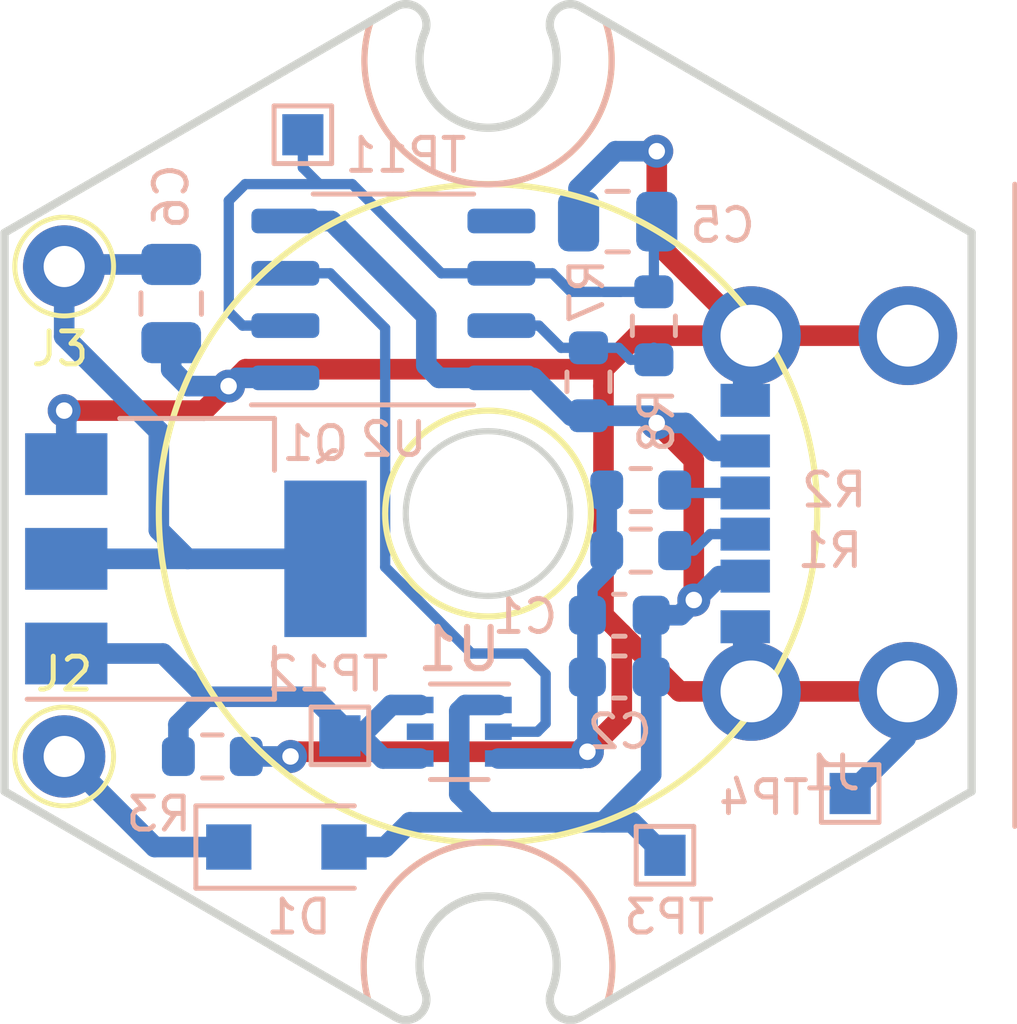
<source format=kicad_pcb>
(kicad_pcb (version 20171130) (host pcbnew "(5.1.10)-1")

  (general
    (thickness 1.6)
    (drawings 21)
    (tracks 147)
    (zones 0)
    (modules 20)
    (nets 11)
  )

  (page A4)
  (layers
    (0 F.Cu signal)
    (31 B.Cu signal)
    (32 B.Adhes user hide)
    (33 F.Adhes user hide)
    (34 B.Paste user hide)
    (35 F.Paste user hide)
    (36 B.SilkS user hide)
    (37 F.SilkS user)
    (38 B.Mask user hide)
    (39 F.Mask user hide)
    (40 Dwgs.User user hide)
    (41 Cmts.User user hide)
    (42 Eco1.User user hide)
    (43 Eco2.User user hide)
    (44 Edge.Cuts user)
    (45 Margin user hide)
    (46 B.CrtYd user hide)
    (47 F.CrtYd user hide)
    (48 B.Fab user hide)
    (49 F.Fab user hide)
  )

  (setup
    (last_trace_width 0.25)
    (trace_clearance 0.2)
    (zone_clearance 0.508)
    (zone_45_only no)
    (trace_min 0.2)
    (via_size 0.8)
    (via_drill 0.4)
    (via_min_size 0.4)
    (via_min_drill 0.3)
    (uvia_size 0.3)
    (uvia_drill 0.1)
    (uvias_allowed no)
    (uvia_min_size 0.2)
    (uvia_min_drill 0.1)
    (edge_width 0.05)
    (segment_width 0.2)
    (pcb_text_width 0.3)
    (pcb_text_size 1.5 1.5)
    (mod_edge_width 0.12)
    (mod_text_size 1 1)
    (mod_text_width 0.15)
    (pad_size 1.524 1.524)
    (pad_drill 0.762)
    (pad_to_mask_clearance 0)
    (aux_axis_origin 0 0)
    (visible_elements 7FFFFFFF)
    (pcbplotparams
      (layerselection 0x010fc_ffffffff)
      (usegerberextensions false)
      (usegerberattributes true)
      (usegerberadvancedattributes true)
      (creategerberjobfile true)
      (excludeedgelayer true)
      (linewidth 0.100000)
      (plotframeref false)
      (viasonmask false)
      (mode 1)
      (useauxorigin false)
      (hpglpennumber 1)
      (hpglpenspeed 20)
      (hpglpendiameter 15.000000)
      (psnegative false)
      (psa4output false)
      (plotreference true)
      (plotvalue true)
      (plotinvisibletext false)
      (padsonsilk false)
      (subtractmaskfromsilk false)
      (outputformat 1)
      (mirror false)
      (drillshape 0)
      (scaleselection 1)
      (outputdirectory "Gerbers/"))
  )

  (net 0 "")
  (net 1 GND)
  (net 2 VBUS)
  (net 3 VD)
  (net 4 "Net-(C5-Pad1)")
  (net 5 "Net-(C6-Pad1)")
  (net 6 "Net-(J1-PadB5)")
  (net 7 "Net-(J1-PadA5)")
  (net 8 "Net-(Q1-Pad1)")
  (net 9 "Net-(R7-Pad1)")
  (net 10 "Net-(U1-Pad2)")

  (net_class Default "This is the default net class."
    (clearance 0.2)
    (trace_width 0.25)
    (via_dia 0.8)
    (via_drill 0.4)
    (uvia_dia 0.3)
    (uvia_drill 0.1)
    (add_net "Net-(C5-Pad1)")
    (add_net "Net-(J1-PadA5)")
    (add_net "Net-(J1-PadB5)")
    (add_net "Net-(R7-Pad1)")
    (add_net "Net-(U1-Pad2)")
  )

  (net_class Power ""
    (clearance 0.2)
    (trace_width 0.5)
    (via_dia 0.8)
    (via_drill 0.4)
    (uvia_dia 0.3)
    (uvia_drill 0.1)
    (add_net GND)
    (add_net "Net-(C6-Pad1)")
    (add_net "Net-(Q1-Pad1)")
    (add_net VBUS)
    (add_net VD)
  )

  (module Pixels-dice:USB-C-SMD_10P-P1.00-L6.8-W8.9 (layer B.Cu) (tedit 615DAC13) (tstamp 60B35B9D)
    (at 158.3 100 180)
    (path /607B35F9)
    (attr smd)
    (fp_text reference J1 (at -0.05 -6.3) (layer B.SilkS)
      (effects (font (size 0.8 0.8) (thickness 0.12)) (justify mirror))
    )
    (fp_text value USB_C_Receptacle_USB2.0 (at 0.1 7) (layer B.Fab)
      (effects (font (size 0.8 0.8) (thickness 0.12)) (justify mirror))
    )
    (fp_line (start -4.5 8) (end -4.5 -7.6) (layer B.SilkS) (width 0.12))
    (pad B12 smd rect (at 2.05 2.75 270) (size 0.8 1.2) (layers B.Cu B.Paste B.Mask)
      (net 1 GND))
    (pad B9 smd rect (at 2.05 1.52 270) (size 0.8 1.2) (layers B.Cu B.Paste B.Mask)
      (net 2 VBUS))
    (pad A5 smd rect (at 2.05 0.5 270) (size 0.8 1.2) (layers B.Cu B.Paste B.Mask)
      (net 7 "Net-(J1-PadA5)"))
    (pad B5 smd rect (at 2.05 -0.5 270) (size 0.8 1.2) (layers B.Cu B.Paste B.Mask)
      (net 6 "Net-(J1-PadB5)"))
    (pad A9 smd rect (at 2.05 -1.52 270) (size 0.8 1.2) (layers B.Cu B.Paste B.Mask)
      (net 2 VBUS))
    (pad A12 smd rect (at 2.05 -2.75 270) (size 0.8 1.2) (layers B.Cu B.Paste B.Mask)
      (net 1 GND))
    (pad S1 thru_hole circle (at -1.9 4.32 270) (size 2.4 2.4) (drill 1.5) (layers *.Cu *.Mask)
      (net 1 GND))
    (pad S1 thru_hole circle (at -1.9 -4.32 270) (size 2.4 2.4) (drill 1.5) (layers *.Cu *.Mask)
      (net 1 GND))
    (pad S1 thru_hole circle (at 1.9 4.32 270) (size 2.4 2.4) (drill 1.5) (layers *.Cu *.Mask)
      (net 1 GND))
    (pad S1 thru_hole circle (at 1.9 -4.32 270) (size 2.4 2.4) (drill 1.5) (layers *.Cu *.Mask)
      (net 1 GND))
    (model "C:/Projects/Pixels-dice/Electrical/Footprints/Step Files/TYPE-C-31-M-17.step"
      (offset (xyz 4.7 -4.5 0))
      (scale (xyz 1 1 1))
      (rotate (xyz 0 0 -90))
    )
  )

  (module Package_TO_SOT_SMD:SOT-363_SC-70-6 (layer B.Cu) (tedit 5A02FF57) (tstamp 615CF8BA)
    (at 149.3 105.3 180)
    (descr "SOT-363, SC-70-6")
    (tags "SOT-363 SC-70-6")
    (path /615D0704)
    (attr smd)
    (fp_text reference U1 (at 0 2) (layer B.SilkS)
      (effects (font (size 1 1) (thickness 0.15)) (justify mirror))
    )
    (fp_text value ZXGD3009E6 (at 0 -2 180) (layer B.Fab)
      (effects (font (size 1 1) (thickness 0.15)) (justify mirror))
    )
    (fp_text user %R (at 0 0 270) (layer B.Fab)
      (effects (font (size 0.5 0.5) (thickness 0.075)) (justify mirror))
    )
    (fp_line (start 0.7 1.16) (end -1.2 1.16) (layer B.SilkS) (width 0.12))
    (fp_line (start -0.7 -1.16) (end 0.7 -1.16) (layer B.SilkS) (width 0.12))
    (fp_line (start 1.6 -1.4) (end 1.6 1.4) (layer B.CrtYd) (width 0.05))
    (fp_line (start -1.6 1.4) (end -1.6 -1.4) (layer B.CrtYd) (width 0.05))
    (fp_line (start -1.6 1.4) (end 1.6 1.4) (layer B.CrtYd) (width 0.05))
    (fp_line (start 0.675 1.1) (end -0.175 1.1) (layer B.Fab) (width 0.1))
    (fp_line (start -0.675 0.6) (end -0.675 -1.1) (layer B.Fab) (width 0.1))
    (fp_line (start -1.6 -1.4) (end 1.6 -1.4) (layer B.CrtYd) (width 0.05))
    (fp_line (start 0.675 1.1) (end 0.675 -1.1) (layer B.Fab) (width 0.1))
    (fp_line (start 0.675 -1.1) (end -0.675 -1.1) (layer B.Fab) (width 0.1))
    (fp_line (start -0.175 1.1) (end -0.675 0.6) (layer B.Fab) (width 0.1))
    (pad 6 smd rect (at 0.95 0.65 180) (size 0.65 0.4) (layers B.Cu B.Paste B.Mask)
      (net 8 "Net-(Q1-Pad1)"))
    (pad 4 smd rect (at 0.95 -0.65 180) (size 0.65 0.4) (layers B.Cu B.Paste B.Mask)
      (net 8 "Net-(Q1-Pad1)"))
    (pad 2 smd rect (at -0.95 0 180) (size 0.65 0.4) (layers B.Cu B.Paste B.Mask)
      (net 10 "Net-(U1-Pad2)"))
    (pad 5 smd rect (at 0.95 0 180) (size 0.65 0.4) (layers B.Cu B.Paste B.Mask))
    (pad 3 smd rect (at -0.95 -0.65 180) (size 0.65 0.4) (layers B.Cu B.Paste B.Mask)
      (net 1 GND))
    (pad 1 smd rect (at -0.95 0.65 180) (size 0.65 0.4) (layers B.Cu B.Paste B.Mask)
      (net 2 VBUS))
    (model ${KISYS3DMOD}/Package_TO_SOT_SMD.3dshapes/SOT-363_SC-70-6.wrl
      (at (xyz 0 0 0))
      (scale (xyz 1 1 1))
      (rotate (xyz 0 0 0))
    )
  )

  (module TestPoint:TestPoint_Pad_1.0x1.0mm (layer B.Cu) (tedit 5A0F774F) (tstamp 615DC192)
    (at 146.4 105.4)
    (descr "SMD rectangular pad as test Point, square 1.0mm side length")
    (tags "test point SMD pad rectangle square")
    (path /60B2DE42)
    (attr virtual)
    (fp_text reference TP12 (at -0.3 -1.5) (layer B.SilkS)
      (effects (font (size 0.8 0.8) (thickness 0.12)) (justify mirror))
    )
    (fp_text value TestPoint_Small (at 0 -1.55) (layer B.Fab)
      (effects (font (size 0.8 0.8) (thickness 0.12)) (justify mirror))
    )
    (fp_text user %R (at 0 1.45) (layer B.Fab)
      (effects (font (size 0.8 0.8) (thickness 0.12)) (justify mirror))
    )
    (fp_line (start -0.7 0.7) (end 0.7 0.7) (layer B.SilkS) (width 0.12))
    (fp_line (start 0.7 0.7) (end 0.7 -0.7) (layer B.SilkS) (width 0.12))
    (fp_line (start 0.7 -0.7) (end -0.7 -0.7) (layer B.SilkS) (width 0.12))
    (fp_line (start -0.7 -0.7) (end -0.7 0.7) (layer B.SilkS) (width 0.12))
    (fp_line (start -1 1) (end 1 1) (layer B.CrtYd) (width 0.12))
    (fp_line (start -1 1) (end -1 -1) (layer B.CrtYd) (width 0.12))
    (fp_line (start 1 -1) (end 1 1) (layer B.CrtYd) (width 0.12))
    (fp_line (start 1 -1) (end -1 -1) (layer B.CrtYd) (width 0.12))
    (pad 1 smd rect (at 0 0) (size 1 1) (layers B.Cu B.Mask)
      (net 8 "Net-(Q1-Pad1)"))
  )

  (module TestPoint:TestPoint_Pad_1.0x1.0mm (layer B.Cu) (tedit 5A0F774F) (tstamp 615DC184)
    (at 145.5 90.8)
    (descr "SMD rectangular pad as test Point, square 1.0mm side length")
    (tags "test point SMD pad rectangle square")
    (path /60CC8435)
    (attr virtual)
    (fp_text reference TP11 (at 2.5 0.5) (layer B.SilkS)
      (effects (font (size 0.8 0.8) (thickness 0.12)) (justify mirror))
    )
    (fp_text value TestPoint_Small (at 0 -1.55) (layer B.Fab)
      (effects (font (size 0.8 0.8) (thickness 0.12)) (justify mirror))
    )
    (fp_text user %R (at 0 1.45) (layer B.Fab)
      (effects (font (size 0.8 0.8) (thickness 0.12)) (justify mirror))
    )
    (fp_line (start -0.7 0.7) (end 0.7 0.7) (layer B.SilkS) (width 0.12))
    (fp_line (start 0.7 0.7) (end 0.7 -0.7) (layer B.SilkS) (width 0.12))
    (fp_line (start 0.7 -0.7) (end -0.7 -0.7) (layer B.SilkS) (width 0.12))
    (fp_line (start -0.7 -0.7) (end -0.7 0.7) (layer B.SilkS) (width 0.12))
    (fp_line (start -1 1) (end 1 1) (layer B.CrtYd) (width 0.12))
    (fp_line (start -1 1) (end -1 -1) (layer B.CrtYd) (width 0.12))
    (fp_line (start 1 -1) (end 1 1) (layer B.CrtYd) (width 0.12))
    (fp_line (start 1 -1) (end -1 -1) (layer B.CrtYd) (width 0.12))
    (pad 1 smd rect (at 0 0) (size 1 1) (layers B.Cu B.Mask)
      (net 4 "Net-(C5-Pad1)"))
  )

  (module TestPoint:TestPoint_Pad_1.0x1.0mm (layer B.Cu) (tedit 5A0F774F) (tstamp 615DC168)
    (at 158.8 106.8)
    (descr "SMD rectangular pad as test Point, square 1.0mm side length")
    (tags "test point SMD pad rectangle square")
    (path /60B27F6D)
    (attr virtual)
    (fp_text reference TP4 (at -2.1 0.1) (layer B.SilkS)
      (effects (font (size 0.8 0.8) (thickness 0.12)) (justify mirror))
    )
    (fp_text value TestPoint_Small (at 0 -1.55) (layer B.Fab)
      (effects (font (size 0.8 0.8) (thickness 0.12)) (justify mirror))
    )
    (fp_text user %R (at 0 1.45) (layer B.Fab)
      (effects (font (size 0.8 0.8) (thickness 0.12)) (justify mirror))
    )
    (fp_line (start -0.7 0.7) (end 0.7 0.7) (layer B.SilkS) (width 0.12))
    (fp_line (start 0.7 0.7) (end 0.7 -0.7) (layer B.SilkS) (width 0.12))
    (fp_line (start 0.7 -0.7) (end -0.7 -0.7) (layer B.SilkS) (width 0.12))
    (fp_line (start -0.7 -0.7) (end -0.7 0.7) (layer B.SilkS) (width 0.12))
    (fp_line (start -1 1) (end 1 1) (layer B.CrtYd) (width 0.12))
    (fp_line (start -1 1) (end -1 -1) (layer B.CrtYd) (width 0.12))
    (fp_line (start 1 -1) (end 1 1) (layer B.CrtYd) (width 0.12))
    (fp_line (start 1 -1) (end -1 -1) (layer B.CrtYd) (width 0.12))
    (pad 1 smd rect (at 0 0) (size 1 1) (layers B.Cu B.Mask)
      (net 1 GND))
  )

  (module TestPoint:TestPoint_Pad_1.0x1.0mm (layer B.Cu) (tedit 5A0F774F) (tstamp 615DC15A)
    (at 154.3 108.3)
    (descr "SMD rectangular pad as test Point, square 1.0mm side length")
    (tags "test point SMD pad rectangle square")
    (path /60B26E3D)
    (attr virtual)
    (fp_text reference TP3 (at 0.1 1.5) (layer B.SilkS)
      (effects (font (size 0.8 0.8) (thickness 0.12)) (justify mirror))
    )
    (fp_text value TestPoint_Small (at 0 -1.55) (layer B.Fab)
      (effects (font (size 0.8 0.8) (thickness 0.12)) (justify mirror))
    )
    (fp_text user %R (at 0 1.45) (layer B.Fab)
      (effects (font (size 0.8 0.8) (thickness 0.12)) (justify mirror))
    )
    (fp_line (start -0.7 0.7) (end 0.7 0.7) (layer B.SilkS) (width 0.12))
    (fp_line (start 0.7 0.7) (end 0.7 -0.7) (layer B.SilkS) (width 0.12))
    (fp_line (start 0.7 -0.7) (end -0.7 -0.7) (layer B.SilkS) (width 0.12))
    (fp_line (start -0.7 -0.7) (end -0.7 0.7) (layer B.SilkS) (width 0.12))
    (fp_line (start -1 1) (end 1 1) (layer B.CrtYd) (width 0.12))
    (fp_line (start -1 1) (end -1 -1) (layer B.CrtYd) (width 0.12))
    (fp_line (start 1 -1) (end 1 1) (layer B.CrtYd) (width 0.12))
    (fp_line (start 1 -1) (end -1 -1) (layer B.CrtYd) (width 0.12))
    (pad 1 smd rect (at 0 0) (size 1 1) (layers B.Cu B.Mask)
      (net 2 VBUS))
  )

  (module Resistor_SMD:R_0603_1608Metric (layer B.Cu) (tedit 5F68FEEE) (tstamp 60AD6ED4)
    (at 154.03 95.439999 270)
    (descr "Resistor SMD 0603 (1608 Metric), square (rectangular) end terminal, IPC_7351 nominal, (Body size source: IPC-SM-782 page 72, https://www.pcb-3d.com/wordpress/wp-content/uploads/ipc-sm-782a_amendment_1_and_2.pdf), generated with kicad-footprint-generator")
    (tags resistor)
    (path /60AF063A)
    (attr smd)
    (fp_text reference R8 (at 2.3 -0.07 90) (layer B.SilkS)
      (effects (font (size 0.8 0.8) (thickness 0.12)) (justify mirror))
    )
    (fp_text value "1k 1%" (at 0 -1.43 90) (layer B.Fab)
      (effects (font (size 0.8 0.8) (thickness 0.12)) (justify mirror))
    )
    (fp_line (start 1.48 -0.73) (end -1.48 -0.73) (layer B.CrtYd) (width 0.12))
    (fp_line (start 1.48 0.73) (end 1.48 -0.73) (layer B.CrtYd) (width 0.12))
    (fp_line (start -1.48 0.73) (end 1.48 0.73) (layer B.CrtYd) (width 0.12))
    (fp_line (start -1.48 -0.73) (end -1.48 0.73) (layer B.CrtYd) (width 0.12))
    (fp_line (start -0.237258 -0.5225) (end 0.237258 -0.5225) (layer B.SilkS) (width 0.12))
    (fp_line (start -0.237258 0.5225) (end 0.237258 0.5225) (layer B.SilkS) (width 0.12))
    (fp_line (start 0.8 -0.4125) (end -0.8 -0.4125) (layer B.Fab) (width 0.12))
    (fp_line (start 0.8 0.4125) (end 0.8 -0.4125) (layer B.Fab) (width 0.12))
    (fp_line (start -0.8 0.4125) (end 0.8 0.4125) (layer B.Fab) (width 0.12))
    (fp_line (start -0.8 -0.4125) (end -0.8 0.4125) (layer B.Fab) (width 0.12))
    (fp_text user %R (at 0 0 90) (layer B.Fab)
      (effects (font (size 0.8 0.8) (thickness 0.12)) (justify mirror))
    )
    (pad 2 smd roundrect (at 0.825 0 270) (size 0.8 0.95) (layers B.Cu B.Paste B.Mask) (roundrect_rratio 0.25)
      (net 9 "Net-(R7-Pad1)"))
    (pad 1 smd roundrect (at -0.825 0 270) (size 0.8 0.95) (layers B.Cu B.Paste B.Mask) (roundrect_rratio 0.25)
      (net 4 "Net-(C5-Pad1)"))
    (model ${KISYS3DMOD}/Resistor_SMD.3dshapes/R_0603_1608Metric.wrl
      (at (xyz 0 0 0))
      (scale (xyz 1 1 1))
      (rotate (xyz 0 0 0))
    )
  )

  (module Package_SO:SOP-8_3.9x4.9mm_P1.27mm (layer B.Cu) (tedit 5D9F72B1) (tstamp 615C127A)
    (at 147.7 94.8)
    (descr "SOP, 8 Pin (http://www.macronix.com/Lists/Datasheet/Attachments/7534/MX25R3235F,%20Wide%20Range,%2032Mb,%20v1.6.pdf#page=79), generated with kicad-footprint-generator ipc_gullwing_generator.py")
    (tags "SOP SO")
    (path /60AD080A)
    (attr smd)
    (fp_text reference U2 (at 0 3.4) (layer B.SilkS)
      (effects (font (size 0.8 0.8) (thickness 0.12)) (justify mirror))
    )
    (fp_text value NE551D (at 0 -3.4) (layer B.Fab)
      (effects (font (size 0.8 0.8) (thickness 0.12)) (justify mirror))
    )
    (fp_line (start 3.7 2.7) (end -3.7 2.7) (layer B.CrtYd) (width 0.12))
    (fp_line (start 3.7 -2.7) (end 3.7 2.7) (layer B.CrtYd) (width 0.12))
    (fp_line (start -3.7 -2.7) (end 3.7 -2.7) (layer B.CrtYd) (width 0.12))
    (fp_line (start -3.7 2.7) (end -3.7 -2.7) (layer B.CrtYd) (width 0.12))
    (fp_line (start -1.95 1.475) (end -0.975 2.45) (layer B.Fab) (width 0.12))
    (fp_line (start -1.95 -2.45) (end -1.95 1.475) (layer B.Fab) (width 0.12))
    (fp_line (start 1.95 -2.45) (end -1.95 -2.45) (layer B.Fab) (width 0.12))
    (fp_line (start 1.95 2.45) (end 1.95 -2.45) (layer B.Fab) (width 0.12))
    (fp_line (start -0.975 2.45) (end 1.95 2.45) (layer B.Fab) (width 0.12))
    (fp_line (start 0 2.56) (end -3.45 2.56) (layer B.SilkS) (width 0.12))
    (fp_line (start 0 2.56) (end 1.95 2.56) (layer B.SilkS) (width 0.12))
    (fp_line (start 0 -2.56) (end -1.95 -2.56) (layer B.SilkS) (width 0.12))
    (fp_line (start 0 -2.56) (end 1.95 -2.56) (layer B.SilkS) (width 0.12))
    (fp_text user %R (at 0 0) (layer B.Fab)
      (effects (font (size 0.8 0.8) (thickness 0.12)) (justify mirror))
    )
    (pad 8 smd roundrect (at 2.625 1.905) (size 1.65 0.6) (layers B.Cu B.Paste B.Mask) (roundrect_rratio 0.25)
      (net 2 VBUS))
    (pad 7 smd roundrect (at 2.625 0.635) (size 1.65 0.6) (layers B.Cu B.Paste B.Mask) (roundrect_rratio 0.25)
      (net 9 "Net-(R7-Pad1)"))
    (pad 6 smd roundrect (at 2.625 -0.635) (size 1.65 0.6) (layers B.Cu B.Paste B.Mask) (roundrect_rratio 0.25)
      (net 4 "Net-(C5-Pad1)"))
    (pad 5 smd roundrect (at 2.625 -1.905) (size 1.65 0.6) (layers B.Cu B.Paste B.Mask) (roundrect_rratio 0.25))
    (pad 4 smd roundrect (at -2.625 -1.905) (size 1.65 0.6) (layers B.Cu B.Paste B.Mask) (roundrect_rratio 0.25)
      (net 2 VBUS))
    (pad 3 smd roundrect (at -2.625 -0.635) (size 1.65 0.6) (layers B.Cu B.Paste B.Mask) (roundrect_rratio 0.25)
      (net 10 "Net-(U1-Pad2)"))
    (pad 2 smd roundrect (at -2.625 0.635) (size 1.65 0.6) (layers B.Cu B.Paste B.Mask) (roundrect_rratio 0.25)
      (net 4 "Net-(C5-Pad1)"))
    (pad 1 smd roundrect (at -2.625 1.905) (size 1.65 0.6) (layers B.Cu B.Paste B.Mask) (roundrect_rratio 0.25)
      (net 1 GND))
    (model ${KISYS3DMOD}/Package_SO.3dshapes/SOP-8_3.9x4.9mm_P1.27mm.wrl
      (at (xyz 0 0 0))
      (scale (xyz 1 1 1))
      (rotate (xyz 0 0 0))
    )
  )

  (module Resistor_SMD:R_0603_1608Metric (layer B.Cu) (tedit 5F68FEEE) (tstamp 60AD6EC3)
    (at 152.44 96.8 270)
    (descr "Resistor SMD 0603 (1608 Metric), square (rectangular) end terminal, IPC_7351 nominal, (Body size source: IPC-SM-782 page 72, https://www.pcb-3d.com/wordpress/wp-content/uploads/ipc-sm-782a_amendment_1_and_2.pdf), generated with kicad-footprint-generator")
    (tags resistor)
    (path /60AEF9E1)
    (attr smd)
    (fp_text reference R7 (at -2.2 0.04 90) (layer B.SilkS)
      (effects (font (size 0.8 0.8) (thickness 0.12)) (justify mirror))
    )
    (fp_text value "1k 1%" (at 0 -1.43 90) (layer B.Fab)
      (effects (font (size 0.8 0.8) (thickness 0.12)) (justify mirror))
    )
    (fp_line (start 1.48 -0.73) (end -1.48 -0.73) (layer B.CrtYd) (width 0.12))
    (fp_line (start 1.48 0.73) (end 1.48 -0.73) (layer B.CrtYd) (width 0.12))
    (fp_line (start -1.48 0.73) (end 1.48 0.73) (layer B.CrtYd) (width 0.12))
    (fp_line (start -1.48 -0.73) (end -1.48 0.73) (layer B.CrtYd) (width 0.12))
    (fp_line (start -0.237258 -0.5225) (end 0.237258 -0.5225) (layer B.SilkS) (width 0.12))
    (fp_line (start -0.237258 0.5225) (end 0.237258 0.5225) (layer B.SilkS) (width 0.12))
    (fp_line (start 0.8 -0.4125) (end -0.8 -0.4125) (layer B.Fab) (width 0.12))
    (fp_line (start 0.8 0.4125) (end 0.8 -0.4125) (layer B.Fab) (width 0.12))
    (fp_line (start -0.8 0.4125) (end 0.8 0.4125) (layer B.Fab) (width 0.12))
    (fp_line (start -0.8 -0.4125) (end -0.8 0.4125) (layer B.Fab) (width 0.12))
    (fp_text user %R (at 0 0 90) (layer B.Fab)
      (effects (font (size 0.8 0.8) (thickness 0.12)) (justify mirror))
    )
    (pad 2 smd roundrect (at 0.825 0 270) (size 0.8 0.95) (layers B.Cu B.Paste B.Mask) (roundrect_rratio 0.25)
      (net 2 VBUS))
    (pad 1 smd roundrect (at -0.825 0 270) (size 0.8 0.95) (layers B.Cu B.Paste B.Mask) (roundrect_rratio 0.25)
      (net 9 "Net-(R7-Pad1)"))
    (model ${KISYS3DMOD}/Resistor_SMD.3dshapes/R_0603_1608Metric.wrl
      (at (xyz 0 0 0))
      (scale (xyz 1 1 1))
      (rotate (xyz 0 0 0))
    )
  )

  (module Resistor_SMD:R_0603_1608Metric (layer B.Cu) (tedit 5F68FEEE) (tstamp 615DB0F9)
    (at 143.3 105.9 180)
    (descr "Resistor SMD 0603 (1608 Metric), square (rectangular) end terminal, IPC_7351 nominal, (Body size source: IPC-SM-782 page 72, https://www.pcb-3d.com/wordpress/wp-content/uploads/ipc-sm-782a_amendment_1_and_2.pdf), generated with kicad-footprint-generator")
    (tags resistor)
    (path /615B6D73)
    (attr smd)
    (fp_text reference R3 (at 1.3 -1.4) (layer B.SilkS)
      (effects (font (size 0.8 0.8) (thickness 0.12)) (justify mirror))
    )
    (fp_text value "1M 5%" (at 0 -1.43) (layer B.Fab)
      (effects (font (size 0.8 0.8) (thickness 0.12)) (justify mirror))
    )
    (fp_line (start 1.48 -0.73) (end -1.48 -0.73) (layer B.CrtYd) (width 0.12))
    (fp_line (start 1.48 0.73) (end 1.48 -0.73) (layer B.CrtYd) (width 0.12))
    (fp_line (start -1.48 0.73) (end 1.48 0.73) (layer B.CrtYd) (width 0.12))
    (fp_line (start -1.48 -0.73) (end -1.48 0.73) (layer B.CrtYd) (width 0.12))
    (fp_line (start -0.237258 -0.5225) (end 0.237258 -0.5225) (layer B.SilkS) (width 0.12))
    (fp_line (start -0.237258 0.5225) (end 0.237258 0.5225) (layer B.SilkS) (width 0.12))
    (fp_line (start 0.8 -0.4125) (end -0.8 -0.4125) (layer B.Fab) (width 0.12))
    (fp_line (start 0.8 0.4125) (end 0.8 -0.4125) (layer B.Fab) (width 0.12))
    (fp_line (start -0.8 0.4125) (end 0.8 0.4125) (layer B.Fab) (width 0.12))
    (fp_line (start -0.8 -0.4125) (end -0.8 0.4125) (layer B.Fab) (width 0.12))
    (fp_text user %R (at 0 0) (layer B.Fab)
      (effects (font (size 0.8 0.8) (thickness 0.12)) (justify mirror))
    )
    (pad 2 smd roundrect (at 0.825 0 180) (size 0.8 0.95) (layers B.Cu B.Paste B.Mask) (roundrect_rratio 0.25)
      (net 8 "Net-(Q1-Pad1)"))
    (pad 1 smd roundrect (at -0.825 0 180) (size 0.8 0.95) (layers B.Cu B.Paste B.Mask) (roundrect_rratio 0.25)
      (net 1 GND))
    (model ${KISYS3DMOD}/Resistor_SMD.3dshapes/R_0603_1608Metric.wrl
      (at (xyz 0 0 0))
      (scale (xyz 1 1 1))
      (rotate (xyz 0 0 0))
    )
  )

  (module Resistor_SMD:R_0603_1608Metric (layer B.Cu) (tedit 5F68FEEE) (tstamp 60AD6E6E)
    (at 153.71 99.43)
    (descr "Resistor SMD 0603 (1608 Metric), square (rectangular) end terminal, IPC_7351 nominal, (Body size source: IPC-SM-782 page 72, https://www.pcb-3d.com/wordpress/wp-content/uploads/ipc-sm-782a_amendment_1_and_2.pdf), generated with kicad-footprint-generator")
    (tags resistor)
    (path /607C452F)
    (attr smd)
    (fp_text reference R2 (at 4.7 0) (layer B.SilkS)
      (effects (font (size 0.8 0.8) (thickness 0.12)) (justify mirror))
    )
    (fp_text value "5.1k 1%" (at 0 -1.43) (layer B.Fab)
      (effects (font (size 0.8 0.8) (thickness 0.12)) (justify mirror))
    )
    (fp_line (start 1.48 -0.73) (end -1.48 -0.73) (layer B.CrtYd) (width 0.12))
    (fp_line (start 1.48 0.73) (end 1.48 -0.73) (layer B.CrtYd) (width 0.12))
    (fp_line (start -1.48 0.73) (end 1.48 0.73) (layer B.CrtYd) (width 0.12))
    (fp_line (start -1.48 -0.73) (end -1.48 0.73) (layer B.CrtYd) (width 0.12))
    (fp_line (start -0.237258 -0.5225) (end 0.237258 -0.5225) (layer B.SilkS) (width 0.12))
    (fp_line (start -0.237258 0.5225) (end 0.237258 0.5225) (layer B.SilkS) (width 0.12))
    (fp_line (start 0.8 -0.4125) (end -0.8 -0.4125) (layer B.Fab) (width 0.12))
    (fp_line (start 0.8 0.4125) (end 0.8 -0.4125) (layer B.Fab) (width 0.12))
    (fp_line (start -0.8 0.4125) (end 0.8 0.4125) (layer B.Fab) (width 0.12))
    (fp_line (start -0.8 -0.4125) (end -0.8 0.4125) (layer B.Fab) (width 0.12))
    (fp_text user %R (at 0 0) (layer B.Fab)
      (effects (font (size 0.8 0.8) (thickness 0.12)) (justify mirror))
    )
    (pad 2 smd roundrect (at 0.825 0) (size 0.8 0.95) (layers B.Cu B.Paste B.Mask) (roundrect_rratio 0.25)
      (net 7 "Net-(J1-PadA5)"))
    (pad 1 smd roundrect (at -0.825 0) (size 0.8 0.95) (layers B.Cu B.Paste B.Mask) (roundrect_rratio 0.25)
      (net 1 GND))
    (model ${KISYS3DMOD}/Resistor_SMD.3dshapes/R_0603_1608Metric.wrl
      (at (xyz 0 0 0))
      (scale (xyz 1 1 1))
      (rotate (xyz 0 0 0))
    )
  )

  (module Resistor_SMD:R_0603_1608Metric (layer B.Cu) (tedit 5F68FEEE) (tstamp 615C2502)
    (at 153.71 100.9)
    (descr "Resistor SMD 0603 (1608 Metric), square (rectangular) end terminal, IPC_7351 nominal, (Body size source: IPC-SM-782 page 72, https://www.pcb-3d.com/wordpress/wp-content/uploads/ipc-sm-782a_amendment_1_and_2.pdf), generated with kicad-footprint-generator")
    (tags resistor)
    (path /607C3927)
    (attr smd)
    (fp_text reference R1 (at 4.6 0 180) (layer B.SilkS)
      (effects (font (size 0.8 0.8) (thickness 0.12)) (justify mirror))
    )
    (fp_text value "5.1k 1%" (at 0 -1.43) (layer B.Fab)
      (effects (font (size 0.8 0.8) (thickness 0.12)) (justify mirror))
    )
    (fp_line (start 1.48 -0.73) (end -1.48 -0.73) (layer B.CrtYd) (width 0.12))
    (fp_line (start 1.48 0.73) (end 1.48 -0.73) (layer B.CrtYd) (width 0.12))
    (fp_line (start -1.48 0.73) (end 1.48 0.73) (layer B.CrtYd) (width 0.12))
    (fp_line (start -1.48 -0.73) (end -1.48 0.73) (layer B.CrtYd) (width 0.12))
    (fp_line (start -0.237258 -0.5225) (end 0.237258 -0.5225) (layer B.SilkS) (width 0.12))
    (fp_line (start -0.237258 0.5225) (end 0.237258 0.5225) (layer B.SilkS) (width 0.12))
    (fp_line (start 0.8 -0.4125) (end -0.8 -0.4125) (layer B.Fab) (width 0.12))
    (fp_line (start 0.8 0.4125) (end 0.8 -0.4125) (layer B.Fab) (width 0.12))
    (fp_line (start -0.8 0.4125) (end 0.8 0.4125) (layer B.Fab) (width 0.12))
    (fp_line (start -0.8 -0.4125) (end -0.8 0.4125) (layer B.Fab) (width 0.12))
    (fp_text user %R (at 0 0) (layer B.Fab)
      (effects (font (size 0.8 0.8) (thickness 0.12)) (justify mirror))
    )
    (pad 2 smd roundrect (at 0.825 0) (size 0.8 0.95) (layers B.Cu B.Paste B.Mask) (roundrect_rratio 0.25)
      (net 6 "Net-(J1-PadB5)"))
    (pad 1 smd roundrect (at -0.825 0) (size 0.8 0.95) (layers B.Cu B.Paste B.Mask) (roundrect_rratio 0.25)
      (net 1 GND))
    (model ${KISYS3DMOD}/Resistor_SMD.3dshapes/R_0603_1608Metric.wrl
      (at (xyz 0 0 0))
      (scale (xyz 1 1 1))
      (rotate (xyz 0 0 0))
    )
  )

  (module Package_TO_SOT_SMD:SOT-223 (layer B.Cu) (tedit 5A02FF57) (tstamp 615DA556)
    (at 142.9 101.1)
    (descr "module CMS SOT223 4 pins")
    (tags "CMS SOT")
    (path /615C1A23)
    (attr smd)
    (fp_text reference Q1 (at 2.9 -2.8) (layer B.SilkS)
      (effects (font (size 0.8 0.8) (thickness 0.12)) (justify mirror))
    )
    (fp_text value Q_NMOS_GDS_SOT-223 (at 0 -4.5) (layer B.Fab)
      (effects (font (size 0.8 0.8) (thickness 0.12)) (justify mirror))
    )
    (fp_line (start 1.85 3.35) (end 1.85 -3.35) (layer B.Fab) (width 0.12))
    (fp_line (start -1.85 -3.35) (end 1.85 -3.35) (layer B.Fab) (width 0.12))
    (fp_line (start -4.1 3.41) (end 1.91 3.41) (layer B.SilkS) (width 0.12))
    (fp_line (start -0.8 3.35) (end 1.85 3.35) (layer B.Fab) (width 0.12))
    (fp_line (start -1.85 -3.41) (end 1.91 -3.41) (layer B.SilkS) (width 0.12))
    (fp_line (start -1.85 2.3) (end -1.85 -3.35) (layer B.Fab) (width 0.12))
    (fp_line (start -4.4 3.6) (end -4.4 -3.6) (layer B.CrtYd) (width 0.12))
    (fp_line (start -4.4 -3.6) (end 4.4 -3.6) (layer B.CrtYd) (width 0.12))
    (fp_line (start 4.4 -3.6) (end 4.4 3.6) (layer B.CrtYd) (width 0.12))
    (fp_line (start 4.4 3.6) (end -4.4 3.6) (layer B.CrtYd) (width 0.12))
    (fp_line (start 1.91 3.41) (end 1.91 2.15) (layer B.SilkS) (width 0.12))
    (fp_line (start 1.91 -3.41) (end 1.91 -2.15) (layer B.SilkS) (width 0.12))
    (fp_line (start -1.85 2.3) (end -0.8 3.35) (layer B.Fab) (width 0.12))
    (fp_text user %R (at 0 0 270) (layer B.Fab)
      (effects (font (size 0.8 0.8) (thickness 0.12)) (justify mirror))
    )
    (pad 1 smd rect (at -3.15 2.3) (size 2 1.5) (layers B.Cu B.Paste B.Mask)
      (net 8 "Net-(Q1-Pad1)"))
    (pad 3 smd rect (at -3.15 -2.3) (size 2 1.5) (layers B.Cu B.Paste B.Mask)
      (net 1 GND))
    (pad 2 smd rect (at -3.15 0) (size 2 1.5) (layers B.Cu B.Paste B.Mask)
      (net 5 "Net-(C6-Pad1)"))
    (pad 4 smd rect (at 3.15 0) (size 2 3.8) (layers B.Cu B.Paste B.Mask)
      (net 5 "Net-(C6-Pad1)"))
    (model ${KISYS3DMOD}/Package_TO_SOT_SMD.3dshapes/SOT-223.wrl
      (at (xyz 0 0 0))
      (scale (xyz 1 1 1))
      (rotate (xyz 0 0 0))
    )
  )

  (module Diode_SMD:D_SOD-123F (layer B.Cu) (tedit 587F7769) (tstamp 60B2AAFF)
    (at 145.1 108.1)
    (descr D_SOD-123F)
    (tags D_SOD-123F)
    (path /615B4F8A)
    (attr smd)
    (fp_text reference D1 (at 0.3 1.7) (layer B.SilkS)
      (effects (font (size 0.8 0.8) (thickness 0.12)) (justify mirror))
    )
    (fp_text value "D 100V" (at 0 -2.1) (layer B.Fab)
      (effects (font (size 0.8 0.8) (thickness 0.12)) (justify mirror))
    )
    (fp_line (start -2.2 1) (end 1.65 1) (layer B.SilkS) (width 0.12))
    (fp_line (start -2.2 -1) (end 1.65 -1) (layer B.SilkS) (width 0.12))
    (fp_line (start -2.2 1.15) (end -2.2 -1.15) (layer B.CrtYd) (width 0.12))
    (fp_line (start 2.2 -1.15) (end -2.2 -1.15) (layer B.CrtYd) (width 0.12))
    (fp_line (start 2.2 1.15) (end 2.2 -1.15) (layer B.CrtYd) (width 0.12))
    (fp_line (start -2.2 1.15) (end 2.2 1.15) (layer B.CrtYd) (width 0.12))
    (fp_line (start -1.4 0.9) (end 1.4 0.9) (layer B.Fab) (width 0.12))
    (fp_line (start 1.4 0.9) (end 1.4 -0.9) (layer B.Fab) (width 0.12))
    (fp_line (start 1.4 -0.9) (end -1.4 -0.9) (layer B.Fab) (width 0.12))
    (fp_line (start -1.4 -0.9) (end -1.4 0.9) (layer B.Fab) (width 0.12))
    (fp_line (start -0.75 0) (end -0.35 0) (layer B.Fab) (width 0.12))
    (fp_line (start -0.35 0) (end -0.35 0.55) (layer B.Fab) (width 0.12))
    (fp_line (start -0.35 0) (end -0.35 -0.55) (layer B.Fab) (width 0.12))
    (fp_line (start -0.35 0) (end 0.25 0.4) (layer B.Fab) (width 0.12))
    (fp_line (start 0.25 0.4) (end 0.25 -0.4) (layer B.Fab) (width 0.12))
    (fp_line (start 0.25 -0.4) (end -0.35 0) (layer B.Fab) (width 0.12))
    (fp_line (start 0.25 0) (end 0.75 0) (layer B.Fab) (width 0.12))
    (fp_line (start -2.2 1) (end -2.2 -1) (layer B.SilkS) (width 0.12))
    (fp_text user %R (at -0.127 1.905) (layer B.Fab)
      (effects (font (size 0.8 0.8) (thickness 0.12)) (justify mirror))
    )
    (pad 2 smd rect (at 1.4 0) (size 1.1 1.1) (layers B.Cu B.Paste B.Mask)
      (net 2 VBUS))
    (pad 1 smd rect (at -1.4 0) (size 1.1 1.1) (layers B.Cu B.Paste B.Mask)
      (net 3 VD))
    (model ${KISYS3DMOD}/Diode_SMD.3dshapes/D_SOD-123F.wrl
      (at (xyz 0 0 0))
      (scale (xyz 1 1 1))
      (rotate (xyz 0 0 0))
    )
  )

  (module Capacitor_SMD:C_0805_2012Metric (layer B.Cu) (tedit 5F68FEEE) (tstamp 60AD6DBB)
    (at 142.3 94.9 270)
    (descr "Capacitor SMD 0805 (2012 Metric), square (rectangular) end terminal, IPC_7351 nominal, (Body size source: IPC-SM-782 page 76, https://www.pcb-3d.com/wordpress/wp-content/uploads/ipc-sm-782a_amendment_1_and_2.pdf, https://docs.google.com/spreadsheets/d/1BsfQQcO9C6DZCsRaXUlFlo91Tg2WpOkGARC1WS5S8t0/edit?usp=sharing), generated with kicad-footprint-generator")
    (tags capacitor)
    (path /607B9B06)
    (attr smd)
    (fp_text reference C6 (at -2.6 0 90) (layer B.SilkS)
      (effects (font (size 0.8 0.8) (thickness 0.12)) (justify mirror))
    )
    (fp_text value "500pF 50V" (at 0 -1.68 90) (layer B.Fab)
      (effects (font (size 0.8 0.8) (thickness 0.12)) (justify mirror))
    )
    (fp_line (start 1.7 -0.98) (end -1.7 -0.98) (layer B.CrtYd) (width 0.12))
    (fp_line (start 1.7 0.98) (end 1.7 -0.98) (layer B.CrtYd) (width 0.12))
    (fp_line (start -1.7 0.98) (end 1.7 0.98) (layer B.CrtYd) (width 0.12))
    (fp_line (start -1.7 -0.98) (end -1.7 0.98) (layer B.CrtYd) (width 0.12))
    (fp_line (start -0.261252 -0.735) (end 0.261252 -0.735) (layer B.SilkS) (width 0.12))
    (fp_line (start -0.261252 0.735) (end 0.261252 0.735) (layer B.SilkS) (width 0.12))
    (fp_line (start 1 -0.625) (end -1 -0.625) (layer B.Fab) (width 0.12))
    (fp_line (start 1 0.625) (end 1 -0.625) (layer B.Fab) (width 0.12))
    (fp_line (start -1 0.625) (end 1 0.625) (layer B.Fab) (width 0.12))
    (fp_line (start -1 -0.625) (end -1 0.625) (layer B.Fab) (width 0.12))
    (fp_text user %R (at 0 0 90) (layer B.Fab)
      (effects (font (size 0.8 0.8) (thickness 0.12)) (justify mirror))
    )
    (pad 2 smd roundrect (at 0.95 0 270) (size 1 1.45) (layers B.Cu B.Paste B.Mask) (roundrect_rratio 0.25)
      (net 1 GND))
    (pad 1 smd roundrect (at -0.95 0 270) (size 1 1.45) (layers B.Cu B.Paste B.Mask) (roundrect_rratio 0.25)
      (net 5 "Net-(C6-Pad1)"))
    (model ${KISYS3DMOD}/Capacitor_SMD.3dshapes/C_0805_2012Metric.wrl
      (at (xyz 0 0 0))
      (scale (xyz 1 1 1))
      (rotate (xyz 0 0 0))
    )
  )

  (module Capacitor_SMD:C_0805_2012Metric (layer B.Cu) (tedit 5F68FEEE) (tstamp 60AD6DAA)
    (at 153.15 92.91 180)
    (descr "Capacitor SMD 0805 (2012 Metric), square (rectangular) end terminal, IPC_7351 nominal, (Body size source: IPC-SM-782 page 76, https://www.pcb-3d.com/wordpress/wp-content/uploads/ipc-sm-782a_amendment_1_and_2.pdf, https://docs.google.com/spreadsheets/d/1BsfQQcO9C6DZCsRaXUlFlo91Tg2WpOkGARC1WS5S8t0/edit?usp=sharing), generated with kicad-footprint-generator")
    (tags capacitor)
    (path /60AF0ABE)
    (attr smd)
    (fp_text reference C5 (at -2.55 -0.09) (layer B.SilkS)
      (effects (font (size 0.8 0.8) (thickness 0.12)) (justify mirror))
    )
    (fp_text value "500pF 50V" (at 0 -1.68) (layer B.Fab)
      (effects (font (size 0.8 0.8) (thickness 0.12)) (justify mirror))
    )
    (fp_line (start 1.7 -0.98) (end -1.7 -0.98) (layer B.CrtYd) (width 0.12))
    (fp_line (start 1.7 0.98) (end 1.7 -0.98) (layer B.CrtYd) (width 0.12))
    (fp_line (start -1.7 0.98) (end 1.7 0.98) (layer B.CrtYd) (width 0.12))
    (fp_line (start -1.7 -0.98) (end -1.7 0.98) (layer B.CrtYd) (width 0.12))
    (fp_line (start -0.261252 -0.735) (end 0.261252 -0.735) (layer B.SilkS) (width 0.12))
    (fp_line (start -0.261252 0.735) (end 0.261252 0.735) (layer B.SilkS) (width 0.12))
    (fp_line (start 1 -0.625) (end -1 -0.625) (layer B.Fab) (width 0.12))
    (fp_line (start 1 0.625) (end 1 -0.625) (layer B.Fab) (width 0.12))
    (fp_line (start -1 0.625) (end 1 0.625) (layer B.Fab) (width 0.12))
    (fp_line (start -1 -0.625) (end -1 0.625) (layer B.Fab) (width 0.12))
    (fp_text user %R (at 0 0) (layer B.Fab)
      (effects (font (size 0.8 0.8) (thickness 0.12)) (justify mirror))
    )
    (pad 2 smd roundrect (at 0.95 0 180) (size 1 1.45) (layers B.Cu B.Paste B.Mask) (roundrect_rratio 0.25)
      (net 1 GND))
    (pad 1 smd roundrect (at -0.95 0 180) (size 1 1.45) (layers B.Cu B.Paste B.Mask) (roundrect_rratio 0.25)
      (net 4 "Net-(C5-Pad1)"))
    (model ${KISYS3DMOD}/Capacitor_SMD.3dshapes/C_0805_2012Metric.wrl
      (at (xyz 0 0 0))
      (scale (xyz 1 1 1))
      (rotate (xyz 0 0 0))
    )
  )

  (module Capacitor_SMD:C_0603_1608Metric (layer B.Cu) (tedit 5F68FEEE) (tstamp 60B36C46)
    (at 153.19 102.47 180)
    (descr "Capacitor SMD 0603 (1608 Metric), square (rectangular) end terminal, IPC_7351 nominal, (Body size source: IPC-SM-782 page 76, https://www.pcb-3d.com/wordpress/wp-content/uploads/ipc-sm-782a_amendment_1_and_2.pdf), generated with kicad-footprint-generator")
    (tags capacitor)
    (path /607BE7AF)
    (attr smd)
    (fp_text reference C1 (at 2.29 -0.03) (layer B.SilkS)
      (effects (font (size 0.8 0.8) (thickness 0.12)) (justify mirror))
    )
    (fp_text value "0.1uF 6.3V" (at 0 -1.43) (layer B.Fab)
      (effects (font (size 0.8 0.8) (thickness 0.12)) (justify mirror))
    )
    (fp_line (start 1.48 -0.73) (end -1.48 -0.73) (layer B.CrtYd) (width 0.12))
    (fp_line (start 1.48 0.73) (end 1.48 -0.73) (layer B.CrtYd) (width 0.12))
    (fp_line (start -1.48 0.73) (end 1.48 0.73) (layer B.CrtYd) (width 0.12))
    (fp_line (start -1.48 -0.73) (end -1.48 0.73) (layer B.CrtYd) (width 0.12))
    (fp_line (start -0.14058 -0.51) (end 0.14058 -0.51) (layer B.SilkS) (width 0.12))
    (fp_line (start -0.14058 0.51) (end 0.14058 0.51) (layer B.SilkS) (width 0.12))
    (fp_line (start 0.8 -0.4) (end -0.8 -0.4) (layer B.Fab) (width 0.12))
    (fp_line (start 0.8 0.4) (end 0.8 -0.4) (layer B.Fab) (width 0.12))
    (fp_line (start -0.8 0.4) (end 0.8 0.4) (layer B.Fab) (width 0.12))
    (fp_line (start -0.8 -0.4) (end -0.8 0.4) (layer B.Fab) (width 0.12))
    (fp_text user %R (at 0 0) (layer B.Fab)
      (effects (font (size 0.8 0.8) (thickness 0.12)) (justify mirror))
    )
    (pad 2 smd roundrect (at 0.775 0 180) (size 0.9 0.95) (layers B.Cu B.Paste B.Mask) (roundrect_rratio 0.25)
      (net 1 GND))
    (pad 1 smd roundrect (at -0.775 0 180) (size 0.9 0.95) (layers B.Cu B.Paste B.Mask) (roundrect_rratio 0.25)
      (net 2 VBUS))
    (model ${KISYS3DMOD}/Capacitor_SMD.3dshapes/C_0603_1608Metric.wrl
      (at (xyz 0 0 0))
      (scale (xyz 1 1 1))
      (rotate (xyz 0 0 0))
    )
  )

  (module TestPoint:TestPoint_THTPad_D2.0mm_Drill1.0mm (layer F.Cu) (tedit 5A0F774F) (tstamp 60AD6E09)
    (at 139.7 94)
    (descr "THT pad as test Point, diameter 2.0mm, hole diameter 1.0mm")
    (tags "test point THT pad")
    (path /60827952)
    (attr virtual)
    (fp_text reference J3 (at -0.1 2) (layer F.SilkS)
      (effects (font (size 0.8 0.8) (thickness 0.12)))
    )
    (fp_text value "Coil B" (at 0 2.05) (layer F.Fab)
      (effects (font (size 0.8 0.8) (thickness 0.12)))
    )
    (fp_circle (center 0 0) (end 1.5 0) (layer F.CrtYd) (width 0.12))
    (fp_circle (center 0 0) (end 0 1.2) (layer F.SilkS) (width 0.12))
    (fp_text user %R (at 0 -2) (layer F.Fab)
      (effects (font (size 0.8 0.8) (thickness 0.12)))
    )
    (pad 1 thru_hole circle (at 0 0) (size 2 2) (drill 1) (layers *.Cu *.Mask)
      (net 5 "Net-(C6-Pad1)"))
  )

  (module TestPoint:TestPoint_THTPad_D2.0mm_Drill1.0mm (layer F.Cu) (tedit 5A0F774F) (tstamp 60AD6DF6)
    (at 139.7 105.9)
    (descr "THT pad as test Point, diameter 2.0mm, hole diameter 1.0mm")
    (tags "test point THT pad")
    (path /60827086)
    (attr virtual)
    (fp_text reference J2 (at 0 -2) (layer F.SilkS)
      (effects (font (size 0.8 0.8) (thickness 0.12)))
    )
    (fp_text value "Coil A" (at 0 2.05) (layer F.Fab)
      (effects (font (size 0.8 0.8) (thickness 0.12)))
    )
    (fp_circle (center 0 0) (end 1.5 0) (layer F.CrtYd) (width 0.12))
    (fp_circle (center 0 0) (end 0 1.2) (layer F.SilkS) (width 0.12))
    (fp_text user %R (at 0 -2) (layer F.Fab)
      (effects (font (size 0.8 0.8) (thickness 0.12)))
    )
    (pad 1 thru_hole circle (at 0 0) (size 2 2) (drill 1) (layers *.Cu *.Mask)
      (net 3 VD))
  )

  (module Capacitor_SMD:C_0603_1608Metric (layer B.Cu) (tedit 5F68FEEE) (tstamp 60AD6D77)
    (at 153.19 103.97 180)
    (descr "Capacitor SMD 0603 (1608 Metric), square (rectangular) end terminal, IPC_7351 nominal, (Body size source: IPC-SM-782 page 76, https://www.pcb-3d.com/wordpress/wp-content/uploads/ipc-sm-782a_amendment_1_and_2.pdf), generated with kicad-footprint-generator")
    (tags capacitor)
    (path /607BDB0D)
    (attr smd)
    (fp_text reference C2 (at -0.01 -1.33) (layer B.SilkS)
      (effects (font (size 0.8 0.8) (thickness 0.12)) (justify mirror))
    )
    (fp_text value "10uF 6.3V" (at 0 -1.43) (layer B.Fab)
      (effects (font (size 0.8 0.8) (thickness 0.12)) (justify mirror))
    )
    (fp_line (start -0.8 -0.4) (end -0.8 0.4) (layer B.Fab) (width 0.12))
    (fp_line (start -0.8 0.4) (end 0.8 0.4) (layer B.Fab) (width 0.12))
    (fp_line (start 0.8 0.4) (end 0.8 -0.4) (layer B.Fab) (width 0.12))
    (fp_line (start 0.8 -0.4) (end -0.8 -0.4) (layer B.Fab) (width 0.12))
    (fp_line (start -0.14058 0.51) (end 0.14058 0.51) (layer B.SilkS) (width 0.12))
    (fp_line (start -0.14058 -0.51) (end 0.14058 -0.51) (layer B.SilkS) (width 0.12))
    (fp_line (start -1.48 -0.73) (end -1.48 0.73) (layer B.CrtYd) (width 0.12))
    (fp_line (start -1.48 0.73) (end 1.48 0.73) (layer B.CrtYd) (width 0.12))
    (fp_line (start 1.48 0.73) (end 1.48 -0.73) (layer B.CrtYd) (width 0.12))
    (fp_line (start 1.48 -0.73) (end -1.48 -0.73) (layer B.CrtYd) (width 0.12))
    (fp_text user %R (at 0 0) (layer B.Fab)
      (effects (font (size 0.8 0.8) (thickness 0.12)) (justify mirror))
    )
    (pad 2 smd roundrect (at 0.775 0 180) (size 0.9 0.95) (layers B.Cu B.Paste B.Mask) (roundrect_rratio 0.25)
      (net 1 GND))
    (pad 1 smd roundrect (at -0.775 0 180) (size 0.9 0.95) (layers B.Cu B.Paste B.Mask) (roundrect_rratio 0.25)
      (net 2 VBUS))
    (model ${KISYS3DMOD}/Capacitor_SMD.3dshapes/C_0603_1608Metric.wrl
      (at (xyz 0 0 0))
      (scale (xyz 1 1 1))
      (rotate (xyz 0 0 0))
    )
  )

  (gr_arc (start 150 111) (end 152.899999 111.849999) (angle -212.4) (layer B.SilkS) (width 0.15) (tstamp 60B507E8))
  (gr_arc (start 150 89) (end 147.150001 88.050001) (angle -216.9) (layer B.SilkS) (width 0.15) (tstamp 60B507E7))
  (gr_arc (start 150 111) (end 152.899999 111.849999) (angle -212.4) (layer F.SilkS) (width 0.15))
  (gr_arc (start 150 89) (end 147.150001 88.050001) (angle -216.9) (layer F.SilkS) (width 0.15))
  (gr_arc (start 152 88.12715) (end 152.25 87.694137) (angle -142.7084941) (layer Edge.Cuts) (width 0.2))
  (gr_arc (start 148.002584 111.8) (end 147.752584 112.233013) (angle -142.7084941) (layer Edge.Cuts) (width 0.2))
  (gr_line (start 138.251292 106.74744) (end 138.251293 93.17971) (layer Edge.Cuts) (width 0.2) (tstamp 615C0F5F))
  (gr_line (start 152.25 87.694137) (end 161.751292 93.17971) (layer Edge.Cuts) (width 0.2))
  (gr_line (start 147.752584 112.233013) (end 138.251292 106.74744) (layer Edge.Cuts) (width 0.2))
  (gr_arc (start 150.001292 110.963574) (end 151.53876 111.606979) (angle -225.4169678) (layer Edge.Cuts) (width 0.2))
  (gr_line (start 161.751291 106.74744) (end 152.25 112.233013) (layer Edge.Cuts) (width 0.2))
  (gr_arc (start 150.001292 88.963575) (end 148.463824 88.320171) (angle -225.4169678) (layer Edge.Cuts) (width 0.2))
  (gr_arc (start 148.002584 88.12715) (end 148.463824 88.320171) (angle -142.7084738) (layer Edge.Cuts) (width 0.2))
  (gr_line (start 161.751292 93.17971) (end 161.751291 106.74744) (layer Edge.Cuts) (width 0.2))
  (gr_line (start 138.251293 93.17971) (end 147.752584 87.694137) (layer Edge.Cuts) (width 0.2))
  (gr_arc (start 152 111.8) (end 151.53876 111.606979) (angle -142.7084738) (layer Edge.Cuts) (width 0.2))
  (gr_circle (center 150 110.95) (end 153.5 110.95) (layer Margin) (width 0.15))
  (gr_circle (center 150 89) (end 153.5 89) (layer Margin) (width 0.15))
  (gr_circle (center 150 100) (end 152 100) (layer Edge.Cuts) (width 0.15))
  (gr_circle (center 150 100) (end 152.5 100) (layer F.SilkS) (width 0.15))
  (gr_circle (center 150 100) (end 158 100) (layer F.SilkS) (width 0.15) (tstamp 615E40D9))

  (segment (start 152.2 92.91) (end 152.2 92.1) (width 0.5) (layer B.Cu) (net 1))
  (via (at 154.1 91.2) (size 0.8) (drill 0.4) (layers F.Cu B.Cu) (net 1))
  (segment (start 153.1 91.2) (end 154.1 91.2) (width 0.5) (layer B.Cu) (net 1))
  (segment (start 152.2 92.1) (end 153.1 91.2) (width 0.5) (layer B.Cu) (net 1))
  (segment (start 142.3 95.85) (end 142.3 96.5) (width 0.5) (layer B.Cu) (net 1))
  (segment (start 142.3 96.5) (end 142.705 96.905) (width 0.5) (layer B.Cu) (net 1))
  (via (at 143.695 96.905) (size 0.8) (drill 0.4) (layers F.Cu B.Cu) (net 1))
  (segment (start 142.705 96.905) (end 143.695 96.905) (width 0.5) (layer B.Cu) (net 1))
  (via (at 139.7 97.5) (size 0.8) (drill 0.4) (layers F.Cu B.Cu) (net 1))
  (segment (start 152.885 99.43) (end 152.885 100.9) (width 0.5) (layer B.Cu) (net 1))
  (segment (start 152.885 100.9) (end 152.885 101.315) (width 0.5) (layer B.Cu) (net 1))
  (segment (start 152.415 101.785) (end 152.415 102.47) (width 0.5) (layer B.Cu) (net 1))
  (segment (start 152.885 101.315) (end 152.415 101.785) (width 0.5) (layer B.Cu) (net 1))
  (segment (start 152.415 102.47) (end 152.415 103.97) (width 0.5) (layer B.Cu) (net 1))
  (segment (start 152.415 103.97) (end 152.415 105.785) (width 0.5) (layer B.Cu) (net 1))
  (via (at 152.415 105.785) (size 0.8) (drill 0.4) (layers F.Cu B.Cu) (net 1))
  (segment (start 139.75 97.55) (end 139.7 97.5) (width 0.5) (layer B.Cu) (net 1))
  (segment (start 139.75 98.8) (end 139.75 97.55) (width 0.5) (layer B.Cu) (net 1))
  (segment (start 143.1 97.5) (end 143.695 96.905) (width 0.5) (layer F.Cu) (net 1))
  (segment (start 139.7 97.5) (end 143.1 97.5) (width 0.5) (layer F.Cu) (net 1))
  (segment (start 154.1 93.43) (end 156.35 95.68) (width 0.5) (layer F.Cu) (net 1))
  (segment (start 154.1 91.2) (end 154.1 93.43) (width 0.5) (layer F.Cu) (net 1))
  (segment (start 156.2 95.83) (end 156.35 95.68) (width 0.5) (layer B.Cu) (net 1))
  (segment (start 156.2 97.25) (end 156.2 95.83) (width 0.5) (layer B.Cu) (net 1))
  (segment (start 156.2 104.17) (end 156.35 104.32) (width 0.5) (layer B.Cu) (net 1))
  (segment (start 156.2 102.75) (end 156.2 104.17) (width 0.5) (layer B.Cu) (net 1))
  (segment (start 154.652944 104.32) (end 156.35 104.32) (width 0.5) (layer F.Cu) (net 1))
  (segment (start 153.249999 102.917055) (end 154.652944 104.32) (width 0.5) (layer F.Cu) (net 1))
  (segment (start 153.249999 104.950001) (end 152.415 105.785) (width 0.5) (layer F.Cu) (net 1))
  (segment (start 153.249999 102.917055) (end 153.249999 104.950001) (width 0.5) (layer F.Cu) (net 1))
  (segment (start 160.15 95.68) (end 156.35 95.68) (width 0.5) (layer F.Cu) (net 1))
  (segment (start 160.15 104.32) (end 156.35 104.32) (width 0.5) (layer F.Cu) (net 1))
  (segment (start 143.895 96.705) (end 143.695 96.905) (width 0.5) (layer B.Cu) (net 1))
  (segment (start 145.075 96.705) (end 143.895 96.705) (width 0.5) (layer B.Cu) (net 1))
  (segment (start 145.415 105.785) (end 152.415 105.785) (width 0.5) (layer F.Cu) (net 1))
  (segment (start 145.2 105.9) (end 145.415 105.785) (width 0.5) (layer F.Cu) (net 1))
  (segment (start 144.125 105.9) (end 145.2 105.9) (width 0.5) (layer B.Cu) (net 1))
  (via (at 145.2 105.9) (size 0.8) (drill 0.4) (layers F.Cu B.Cu) (net 1))
  (segment (start 160.15 105.45) (end 158.8 106.8) (width 0.5) (layer B.Cu) (net 1))
  (segment (start 160.15 104.32) (end 160.15 105.45) (width 0.5) (layer B.Cu) (net 1))
  (segment (start 152.805 102.472056) (end 153.249999 102.917055) (width 0.5) (layer F.Cu) (net 1))
  (segment (start 152.805 96.905) (end 152.805 102.472056) (width 0.5) (layer F.Cu) (net 1))
  (segment (start 152.805 96.905) (end 152.805 96.495) (width 0.5) (layer F.Cu) (net 1))
  (segment (start 153.62 95.68) (end 156.35 95.68) (width 0.5) (layer F.Cu) (net 1))
  (segment (start 152.805 96.495) (end 153.62 95.68) (width 0.5) (layer F.Cu) (net 1))
  (segment (start 144.105 96.495) (end 143.695 96.905) (width 0.5) (layer F.Cu) (net 1))
  (segment (start 152.805 96.495) (end 144.105 96.495) (width 0.5) (layer F.Cu) (net 1))
  (segment (start 152.25 105.95) (end 152.415 105.785) (width 0.5) (layer B.Cu) (net 1))
  (segment (start 150.25 105.95) (end 152.25 105.95) (width 0.5) (layer B.Cu) (net 1))
  (segment (start 156.2 98.48) (end 155.48 98.48) (width 0.5) (layer B.Cu) (net 2))
  (segment (start 154.8 97.8) (end 154.1 97.8) (width 0.5) (layer B.Cu) (net 2))
  (via (at 154.1 97.8) (size 0.8) (drill 0.4) (layers F.Cu B.Cu) (net 2))
  (segment (start 155.48 98.48) (end 154.8 97.8) (width 0.5) (layer B.Cu) (net 2))
  (segment (start 153.925 97.625) (end 154.1 97.8) (width 0.5) (layer B.Cu) (net 2))
  (segment (start 152.44 97.625) (end 153.925 97.625) (width 0.5) (layer B.Cu) (net 2))
  (segment (start 148.5 96.4) (end 148.5 95.2) (width 0.5) (layer B.Cu) (net 2))
  (segment (start 148.5 95.2) (end 146.395 93.095) (width 0.5) (layer B.Cu) (net 2))
  (segment (start 154.669998 102.47) (end 153.965 102.47) (width 0.5) (layer B.Cu) (net 2))
  (segment (start 156.2 101.52) (end 155.619998 101.52) (width 0.5) (layer B.Cu) (net 2))
  (via (at 155 102.1) (size 0.8) (drill 0.4) (layers F.Cu B.Cu) (net 2))
  (segment (start 154.969999 102.130001) (end 155 102.1) (width 0.5) (layer B.Cu) (net 2))
  (segment (start 155.619998 101.52) (end 154.969999 102.169999) (width 0.5) (layer B.Cu) (net 2))
  (segment (start 154.969999 102.169999) (end 154.969999 102.130001) (width 0.5) (layer B.Cu) (net 2))
  (segment (start 154.969999 102.169999) (end 154.669998 102.47) (width 0.5) (layer B.Cu) (net 2))
  (segment (start 153.965 102.47) (end 153.965 103.97) (width 0.5) (layer B.Cu) (net 2))
  (segment (start 153.965 103.97) (end 153.965 106.335) (width 0.5) (layer B.Cu) (net 2))
  (segment (start 153.965 106.335) (end 152.8 107.5) (width 0.5) (layer B.Cu) (net 2))
  (segment (start 149.984998 107.5) (end 149.3 106.815002) (width 0.5) (layer B.Cu) (net 2))
  (segment (start 152.8 107.5) (end 149.984998 107.5) (width 0.5) (layer B.Cu) (net 2))
  (segment (start 149.984998 107.5) (end 148.1 107.5) (width 0.5) (layer B.Cu) (net 2))
  (segment (start 147.5 108.1) (end 146.5 108.1) (width 0.5) (layer B.Cu) (net 2))
  (segment (start 148.1 107.5) (end 147.5 108.1) (width 0.5) (layer B.Cu) (net 2))
  (segment (start 155 98.7) (end 154.1 97.8) (width 0.5) (layer F.Cu) (net 2))
  (segment (start 155 102.1) (end 155 98.7) (width 0.5) (layer F.Cu) (net 2))
  (segment (start 151.105 96.705) (end 150.325 96.705) (width 0.5) (layer B.Cu) (net 2))
  (segment (start 152.025 97.625) (end 151.105 96.705) (width 0.5) (layer B.Cu) (net 2))
  (segment (start 152.44 97.625) (end 152.025 97.625) (width 0.5) (layer B.Cu) (net 2))
  (segment (start 148.805 96.705) (end 148.5 96.4) (width 0.5) (layer B.Cu) (net 2))
  (segment (start 150.325 96.705) (end 148.805 96.705) (width 0.5) (layer B.Cu) (net 2))
  (segment (start 146.195 92.895) (end 146.395 93.095) (width 0.5) (layer B.Cu) (net 2))
  (segment (start 145.075 92.895) (end 146.195 92.895) (width 0.5) (layer B.Cu) (net 2))
  (segment (start 153.5 107.5) (end 154.3 108.3) (width 0.5) (layer B.Cu) (net 2))
  (segment (start 152.8 107.5) (end 153.5 107.5) (width 0.5) (layer B.Cu) (net 2))
  (segment (start 150.25 104.65) (end 149.45 104.65) (width 0.5) (layer B.Cu) (net 2))
  (segment (start 149.3 104.8) (end 149.3 106.815002) (width 0.5) (layer B.Cu) (net 2))
  (segment (start 149.45 104.65) (end 149.3 104.8) (width 0.5) (layer B.Cu) (net 2))
  (segment (start 139.7 105.9) (end 141.6 107.8) (width 0.5) (layer B.Cu) (net 3))
  (segment (start 141.9 108.1) (end 141.6 107.8) (width 0.5) (layer B.Cu) (net 3))
  (segment (start 143.7 108.1) (end 141.9 108.1) (width 0.5) (layer B.Cu) (net 3))
  (segment (start 154.03 92.98) (end 154.1 92.91) (width 0.25) (layer B.Cu) (net 4))
  (segment (start 154.03 94.614999) (end 154.03 92.98) (width 0.25) (layer B.Cu) (net 4))
  (segment (start 148.865 94.165) (end 150.325 94.165) (width 0.25) (layer B.Cu) (net 4))
  (segment (start 143.7 92.4) (end 144.1 92) (width 0.25) (layer B.Cu) (net 4))
  (segment (start 143.7 95.1) (end 143.7 92.4) (width 0.25) (layer B.Cu) (net 4))
  (segment (start 144.035 95.435) (end 143.7 95.1) (width 0.25) (layer B.Cu) (net 4))
  (segment (start 146.7 92) (end 148.865 94.165) (width 0.25) (layer B.Cu) (net 4))
  (segment (start 145.075 95.435) (end 144.035 95.435) (width 0.25) (layer B.Cu) (net 4))
  (segment (start 150.325 94.165) (end 151.565 94.165) (width 0.25) (layer B.Cu) (net 4))
  (segment (start 152.014999 94.614999) (end 153.214999 94.614999) (width 0.25) (layer B.Cu) (net 4))
  (segment (start 151.565 94.165) (end 152.014999 94.614999) (width 0.25) (layer B.Cu) (net 4))
  (segment (start 153.214999 94.614999) (end 154.03 94.614999) (width 0.25) (layer B.Cu) (net 4))
  (segment (start 152.814999 94.614999) (end 153.214999 94.614999) (width 0.25) (layer B.Cu) (net 4))
  (segment (start 145.5 91.6) (end 145.9 92) (width 0.25) (layer B.Cu) (net 4))
  (segment (start 145.5 90.8) (end 145.5 91.6) (width 0.25) (layer B.Cu) (net 4))
  (segment (start 145.9 92) (end 146.7 92) (width 0.25) (layer B.Cu) (net 4))
  (segment (start 144.1 92) (end 145.9 92) (width 0.25) (layer B.Cu) (net 4))
  (segment (start 139.7 94) (end 139.7 95.7) (width 0.5) (layer B.Cu) (net 5))
  (segment (start 139.7 95.7) (end 142 98) (width 0.5) (layer B.Cu) (net 5))
  (segment (start 139.75 93.95) (end 139.7 94) (width 0.5) (layer B.Cu) (net 5))
  (segment (start 142.3 93.95) (end 139.75 93.95) (width 0.5) (layer B.Cu) (net 5))
  (segment (start 142 100.4) (end 142.7 101.1) (width 0.5) (layer B.Cu) (net 5))
  (segment (start 142 98) (end 142 100.4) (width 0.5) (layer B.Cu) (net 5))
  (segment (start 142.7 101.1) (end 139.75 101.1) (width 0.5) (layer B.Cu) (net 5))
  (segment (start 146.05 101.1) (end 142.7 101.1) (width 0.5) (layer B.Cu) (net 5))
  (segment (start 156.2 100.5) (end 155.4 100.5) (width 0.25) (layer B.Cu) (net 6))
  (segment (start 155 100.9) (end 154.535 100.9) (width 0.25) (layer B.Cu) (net 6))
  (segment (start 155.4 100.5) (end 155 100.9) (width 0.25) (layer B.Cu) (net 6))
  (segment (start 154.605 99.5) (end 154.535 99.43) (width 0.25) (layer B.Cu) (net 7))
  (segment (start 156.2 99.5) (end 154.605 99.5) (width 0.25) (layer B.Cu) (net 7))
  (segment (start 145.75 104.45) (end 143.15 104.45) (width 0.5) (layer B.Cu) (net 8))
  (segment (start 142.5 103.8) (end 143.15 104.45) (width 0.5) (layer B.Cu) (net 8))
  (segment (start 146.65 105.35) (end 145.75 104.45) (width 0.5) (layer B.Cu) (net 8))
  (segment (start 142.475 105.125) (end 143.15 104.45) (width 0.5) (layer B.Cu) (net 8))
  (segment (start 142.475 105.9) (end 142.475 105.125) (width 0.5) (layer B.Cu) (net 8))
  (segment (start 142.1 103.4) (end 142.5 103.8) (width 0.5) (layer B.Cu) (net 8))
  (segment (start 139.75 103.4) (end 142.1 103.4) (width 0.5) (layer B.Cu) (net 8))
  (segment (start 148.35 105.95) (end 147.45 105.95) (width 0.5) (layer B.Cu) (net 8))
  (segment (start 147.45 105.95) (end 146.9 105.4) (width 0.5) (layer B.Cu) (net 8))
  (segment (start 148.35 104.65) (end 147.65 104.65) (width 0.5) (layer B.Cu) (net 8))
  (segment (start 146.9 105.4) (end 146.4 105.4) (width 0.5) (layer B.Cu) (net 8))
  (segment (start 147.65 104.65) (end 146.9 105.4) (width 0.5) (layer B.Cu) (net 8))
  (segment (start 154.03 96.264999) (end 153.464999 96.264999) (width 0.25) (layer B.Cu) (net 9))
  (segment (start 153.175 95.975) (end 152.44 95.975) (width 0.25) (layer B.Cu) (net 9))
  (segment (start 153.464999 96.264999) (end 153.175 95.975) (width 0.25) (layer B.Cu) (net 9))
  (segment (start 151.775 95.975) (end 152.44 95.975) (width 0.25) (layer B.Cu) (net 9))
  (segment (start 151.235 95.435) (end 151.775 95.975) (width 0.25) (layer B.Cu) (net 9))
  (segment (start 150.325 95.435) (end 151.235 95.435) (width 0.25) (layer B.Cu) (net 9))
  (segment (start 154.03 96.264999) (end 154.03 95.97) (width 0.25) (layer B.Cu) (net 9))
  (segment (start 151.2 105.3) (end 150.4 105.3) (width 0.25) (layer B.Cu) (net 10))
  (segment (start 151.4 105.1) (end 151.2 105.3) (width 0.25) (layer B.Cu) (net 10))
  (segment (start 151.4 103.9) (end 151.4 105.1) (width 0.25) (layer B.Cu) (net 10))
  (segment (start 150.9 103.4) (end 151.4 103.9) (width 0.25) (layer B.Cu) (net 10))
  (segment (start 149.6 103.4) (end 150.9 103.4) (width 0.25) (layer B.Cu) (net 10))
  (segment (start 147.5 101.3) (end 149.6 103.4) (width 0.25) (layer B.Cu) (net 10))
  (segment (start 147.5 95.5) (end 147.5 101.3) (width 0.25) (layer B.Cu) (net 10))
  (segment (start 146.165 94.165) (end 147.5 95.5) (width 0.25) (layer B.Cu) (net 10))
  (segment (start 145.075 94.165) (end 146.165 94.165) (width 0.25) (layer B.Cu) (net 10))

)

</source>
